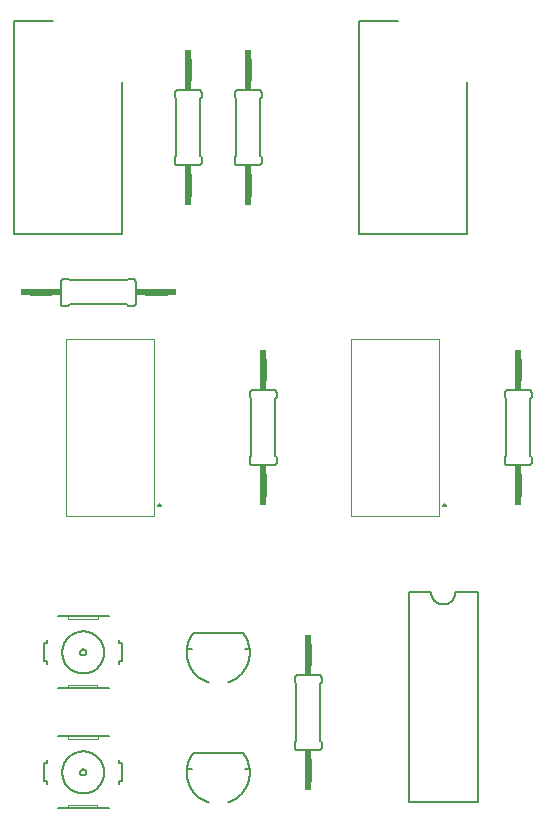
<source format=gto>
G75*
%MOIN*%
%OFA0B0*%
%FSLAX25Y25*%
%IPPOS*%
%LPD*%
%AMOC8*
5,1,8,0,0,1.08239X$1,22.5*
%
%ADD10C,0.00787*%
%ADD11C,0.00394*%
%ADD12C,0.00600*%
%ADD13C,0.02400*%
%ADD14R,0.03400X0.02400*%
%ADD15C,0.00200*%
%ADD16R,0.02400X0.03400*%
D10*
X0061853Y0120022D02*
X0061853Y0120022D01*
X0061892Y0120024D01*
X0061930Y0120030D01*
X0061967Y0120039D01*
X0062004Y0120052D01*
X0062039Y0120069D01*
X0062072Y0120088D01*
X0062103Y0120111D01*
X0062132Y0120137D01*
X0062158Y0120166D01*
X0062181Y0120197D01*
X0062200Y0120230D01*
X0062217Y0120265D01*
X0062230Y0120302D01*
X0062239Y0120339D01*
X0062245Y0120377D01*
X0062247Y0120416D01*
X0062245Y0120455D01*
X0062239Y0120493D01*
X0062230Y0120530D01*
X0062217Y0120567D01*
X0062200Y0120602D01*
X0062181Y0120635D01*
X0062158Y0120666D01*
X0062132Y0120695D01*
X0062103Y0120721D01*
X0062072Y0120744D01*
X0062039Y0120763D01*
X0062004Y0120780D01*
X0061967Y0120793D01*
X0061930Y0120802D01*
X0061892Y0120808D01*
X0061853Y0120810D01*
X0061853Y0120809D02*
X0061853Y0120809D01*
X0061853Y0120810D02*
X0061814Y0120808D01*
X0061776Y0120802D01*
X0061739Y0120793D01*
X0061702Y0120780D01*
X0061667Y0120763D01*
X0061634Y0120744D01*
X0061603Y0120721D01*
X0061574Y0120695D01*
X0061548Y0120666D01*
X0061525Y0120635D01*
X0061506Y0120602D01*
X0061489Y0120567D01*
X0061476Y0120530D01*
X0061467Y0120493D01*
X0061461Y0120455D01*
X0061459Y0120416D01*
X0061461Y0120377D01*
X0061467Y0120339D01*
X0061476Y0120302D01*
X0061489Y0120265D01*
X0061506Y0120230D01*
X0061525Y0120197D01*
X0061548Y0120166D01*
X0061574Y0120137D01*
X0061603Y0120111D01*
X0061634Y0120088D01*
X0061667Y0120069D01*
X0061702Y0120052D01*
X0061739Y0120039D01*
X0061776Y0120030D01*
X0061814Y0120024D01*
X0061853Y0120022D01*
X0049412Y0210809D02*
X0013388Y0210809D01*
X0013388Y0281991D01*
X0026400Y0281991D01*
X0049412Y0261400D02*
X0049412Y0210809D01*
X0128388Y0210809D02*
X0164412Y0210809D01*
X0164412Y0261400D01*
X0141400Y0281991D02*
X0128388Y0281991D01*
X0128388Y0210809D01*
X0156853Y0120809D02*
X0156853Y0120809D01*
X0156853Y0120810D02*
X0156892Y0120808D01*
X0156930Y0120802D01*
X0156967Y0120793D01*
X0157004Y0120780D01*
X0157039Y0120763D01*
X0157072Y0120744D01*
X0157103Y0120721D01*
X0157132Y0120695D01*
X0157158Y0120666D01*
X0157181Y0120635D01*
X0157200Y0120602D01*
X0157217Y0120567D01*
X0157230Y0120530D01*
X0157239Y0120493D01*
X0157245Y0120455D01*
X0157247Y0120416D01*
X0157245Y0120377D01*
X0157239Y0120339D01*
X0157230Y0120302D01*
X0157217Y0120265D01*
X0157200Y0120230D01*
X0157181Y0120197D01*
X0157158Y0120166D01*
X0157132Y0120137D01*
X0157103Y0120111D01*
X0157072Y0120088D01*
X0157039Y0120069D01*
X0157004Y0120052D01*
X0156967Y0120039D01*
X0156930Y0120030D01*
X0156892Y0120024D01*
X0156853Y0120022D01*
X0156853Y0120022D01*
X0156814Y0120024D01*
X0156776Y0120030D01*
X0156739Y0120039D01*
X0156702Y0120052D01*
X0156667Y0120069D01*
X0156634Y0120088D01*
X0156603Y0120111D01*
X0156574Y0120137D01*
X0156548Y0120166D01*
X0156525Y0120197D01*
X0156506Y0120230D01*
X0156489Y0120265D01*
X0156476Y0120302D01*
X0156467Y0120339D01*
X0156461Y0120377D01*
X0156459Y0120416D01*
X0156461Y0120455D01*
X0156467Y0120493D01*
X0156476Y0120530D01*
X0156489Y0120567D01*
X0156506Y0120602D01*
X0156525Y0120635D01*
X0156548Y0120666D01*
X0156574Y0120695D01*
X0156603Y0120721D01*
X0156634Y0120744D01*
X0156667Y0120763D01*
X0156702Y0120780D01*
X0156739Y0120793D01*
X0156776Y0120802D01*
X0156814Y0120808D01*
X0156853Y0120810D01*
D11*
X0155081Y0116872D02*
X0125554Y0116872D01*
X0125554Y0175928D01*
X0155081Y0175928D01*
X0155081Y0116872D01*
X0060081Y0116872D02*
X0030554Y0116872D01*
X0030554Y0175928D01*
X0060081Y0175928D01*
X0060081Y0116872D01*
D12*
X0024400Y0028400D02*
X0024400Y0027400D01*
X0024400Y0028400D02*
X0023400Y0028400D01*
X0023400Y0034400D01*
X0024400Y0034400D01*
X0024400Y0035400D01*
X0027900Y0043400D02*
X0031400Y0043400D01*
X0041400Y0043400D01*
X0044900Y0043400D01*
X0048400Y0035400D02*
X0048400Y0034400D01*
X0049400Y0034400D01*
X0049400Y0028400D01*
X0048400Y0028400D01*
X0048400Y0027400D01*
X0044900Y0019400D02*
X0040900Y0019400D01*
X0031400Y0019400D01*
X0027900Y0019400D01*
X0035400Y0031400D02*
X0035402Y0031463D01*
X0035408Y0031525D01*
X0035418Y0031587D01*
X0035431Y0031649D01*
X0035449Y0031709D01*
X0035470Y0031768D01*
X0035495Y0031826D01*
X0035524Y0031882D01*
X0035556Y0031936D01*
X0035591Y0031988D01*
X0035629Y0032037D01*
X0035671Y0032085D01*
X0035715Y0032129D01*
X0035763Y0032171D01*
X0035812Y0032209D01*
X0035864Y0032244D01*
X0035918Y0032276D01*
X0035974Y0032305D01*
X0036032Y0032330D01*
X0036091Y0032351D01*
X0036151Y0032369D01*
X0036213Y0032382D01*
X0036275Y0032392D01*
X0036337Y0032398D01*
X0036400Y0032400D01*
X0036463Y0032398D01*
X0036525Y0032392D01*
X0036587Y0032382D01*
X0036649Y0032369D01*
X0036709Y0032351D01*
X0036768Y0032330D01*
X0036826Y0032305D01*
X0036882Y0032276D01*
X0036936Y0032244D01*
X0036988Y0032209D01*
X0037037Y0032171D01*
X0037085Y0032129D01*
X0037129Y0032085D01*
X0037171Y0032037D01*
X0037209Y0031988D01*
X0037244Y0031936D01*
X0037276Y0031882D01*
X0037305Y0031826D01*
X0037330Y0031768D01*
X0037351Y0031709D01*
X0037369Y0031649D01*
X0037382Y0031587D01*
X0037392Y0031525D01*
X0037398Y0031463D01*
X0037400Y0031400D01*
X0037398Y0031337D01*
X0037392Y0031275D01*
X0037382Y0031213D01*
X0037369Y0031151D01*
X0037351Y0031091D01*
X0037330Y0031032D01*
X0037305Y0030974D01*
X0037276Y0030918D01*
X0037244Y0030864D01*
X0037209Y0030812D01*
X0037171Y0030763D01*
X0037129Y0030715D01*
X0037085Y0030671D01*
X0037037Y0030629D01*
X0036988Y0030591D01*
X0036936Y0030556D01*
X0036882Y0030524D01*
X0036826Y0030495D01*
X0036768Y0030470D01*
X0036709Y0030449D01*
X0036649Y0030431D01*
X0036587Y0030418D01*
X0036525Y0030408D01*
X0036463Y0030402D01*
X0036400Y0030400D01*
X0036337Y0030402D01*
X0036275Y0030408D01*
X0036213Y0030418D01*
X0036151Y0030431D01*
X0036091Y0030449D01*
X0036032Y0030470D01*
X0035974Y0030495D01*
X0035918Y0030524D01*
X0035864Y0030556D01*
X0035812Y0030591D01*
X0035763Y0030629D01*
X0035715Y0030671D01*
X0035671Y0030715D01*
X0035629Y0030763D01*
X0035591Y0030812D01*
X0035556Y0030864D01*
X0035524Y0030918D01*
X0035495Y0030974D01*
X0035470Y0031032D01*
X0035449Y0031091D01*
X0035431Y0031151D01*
X0035418Y0031213D01*
X0035408Y0031275D01*
X0035402Y0031337D01*
X0035400Y0031400D01*
X0029400Y0031400D02*
X0029402Y0031572D01*
X0029408Y0031743D01*
X0029419Y0031915D01*
X0029434Y0032086D01*
X0029453Y0032257D01*
X0029476Y0032427D01*
X0029503Y0032597D01*
X0029535Y0032766D01*
X0029570Y0032934D01*
X0029610Y0033101D01*
X0029654Y0033267D01*
X0029701Y0033432D01*
X0029753Y0033596D01*
X0029809Y0033758D01*
X0029869Y0033919D01*
X0029933Y0034079D01*
X0030001Y0034237D01*
X0030072Y0034393D01*
X0030147Y0034547D01*
X0030227Y0034700D01*
X0030309Y0034850D01*
X0030396Y0034999D01*
X0030486Y0035145D01*
X0030580Y0035289D01*
X0030677Y0035431D01*
X0030778Y0035570D01*
X0030882Y0035707D01*
X0030989Y0035841D01*
X0031100Y0035972D01*
X0031213Y0036101D01*
X0031330Y0036227D01*
X0031450Y0036350D01*
X0031573Y0036470D01*
X0031699Y0036587D01*
X0031828Y0036700D01*
X0031959Y0036811D01*
X0032093Y0036918D01*
X0032230Y0037022D01*
X0032369Y0037123D01*
X0032511Y0037220D01*
X0032655Y0037314D01*
X0032801Y0037404D01*
X0032950Y0037491D01*
X0033100Y0037573D01*
X0033253Y0037653D01*
X0033407Y0037728D01*
X0033563Y0037799D01*
X0033721Y0037867D01*
X0033881Y0037931D01*
X0034042Y0037991D01*
X0034204Y0038047D01*
X0034368Y0038099D01*
X0034533Y0038146D01*
X0034699Y0038190D01*
X0034866Y0038230D01*
X0035034Y0038265D01*
X0035203Y0038297D01*
X0035373Y0038324D01*
X0035543Y0038347D01*
X0035714Y0038366D01*
X0035885Y0038381D01*
X0036057Y0038392D01*
X0036228Y0038398D01*
X0036400Y0038400D01*
X0036572Y0038398D01*
X0036743Y0038392D01*
X0036915Y0038381D01*
X0037086Y0038366D01*
X0037257Y0038347D01*
X0037427Y0038324D01*
X0037597Y0038297D01*
X0037766Y0038265D01*
X0037934Y0038230D01*
X0038101Y0038190D01*
X0038267Y0038146D01*
X0038432Y0038099D01*
X0038596Y0038047D01*
X0038758Y0037991D01*
X0038919Y0037931D01*
X0039079Y0037867D01*
X0039237Y0037799D01*
X0039393Y0037728D01*
X0039547Y0037653D01*
X0039700Y0037573D01*
X0039850Y0037491D01*
X0039999Y0037404D01*
X0040145Y0037314D01*
X0040289Y0037220D01*
X0040431Y0037123D01*
X0040570Y0037022D01*
X0040707Y0036918D01*
X0040841Y0036811D01*
X0040972Y0036700D01*
X0041101Y0036587D01*
X0041227Y0036470D01*
X0041350Y0036350D01*
X0041470Y0036227D01*
X0041587Y0036101D01*
X0041700Y0035972D01*
X0041811Y0035841D01*
X0041918Y0035707D01*
X0042022Y0035570D01*
X0042123Y0035431D01*
X0042220Y0035289D01*
X0042314Y0035145D01*
X0042404Y0034999D01*
X0042491Y0034850D01*
X0042573Y0034700D01*
X0042653Y0034547D01*
X0042728Y0034393D01*
X0042799Y0034237D01*
X0042867Y0034079D01*
X0042931Y0033919D01*
X0042991Y0033758D01*
X0043047Y0033596D01*
X0043099Y0033432D01*
X0043146Y0033267D01*
X0043190Y0033101D01*
X0043230Y0032934D01*
X0043265Y0032766D01*
X0043297Y0032597D01*
X0043324Y0032427D01*
X0043347Y0032257D01*
X0043366Y0032086D01*
X0043381Y0031915D01*
X0043392Y0031743D01*
X0043398Y0031572D01*
X0043400Y0031400D01*
X0043398Y0031228D01*
X0043392Y0031057D01*
X0043381Y0030885D01*
X0043366Y0030714D01*
X0043347Y0030543D01*
X0043324Y0030373D01*
X0043297Y0030203D01*
X0043265Y0030034D01*
X0043230Y0029866D01*
X0043190Y0029699D01*
X0043146Y0029533D01*
X0043099Y0029368D01*
X0043047Y0029204D01*
X0042991Y0029042D01*
X0042931Y0028881D01*
X0042867Y0028721D01*
X0042799Y0028563D01*
X0042728Y0028407D01*
X0042653Y0028253D01*
X0042573Y0028100D01*
X0042491Y0027950D01*
X0042404Y0027801D01*
X0042314Y0027655D01*
X0042220Y0027511D01*
X0042123Y0027369D01*
X0042022Y0027230D01*
X0041918Y0027093D01*
X0041811Y0026959D01*
X0041700Y0026828D01*
X0041587Y0026699D01*
X0041470Y0026573D01*
X0041350Y0026450D01*
X0041227Y0026330D01*
X0041101Y0026213D01*
X0040972Y0026100D01*
X0040841Y0025989D01*
X0040707Y0025882D01*
X0040570Y0025778D01*
X0040431Y0025677D01*
X0040289Y0025580D01*
X0040145Y0025486D01*
X0039999Y0025396D01*
X0039850Y0025309D01*
X0039700Y0025227D01*
X0039547Y0025147D01*
X0039393Y0025072D01*
X0039237Y0025001D01*
X0039079Y0024933D01*
X0038919Y0024869D01*
X0038758Y0024809D01*
X0038596Y0024753D01*
X0038432Y0024701D01*
X0038267Y0024654D01*
X0038101Y0024610D01*
X0037934Y0024570D01*
X0037766Y0024535D01*
X0037597Y0024503D01*
X0037427Y0024476D01*
X0037257Y0024453D01*
X0037086Y0024434D01*
X0036915Y0024419D01*
X0036743Y0024408D01*
X0036572Y0024402D01*
X0036400Y0024400D01*
X0036228Y0024402D01*
X0036057Y0024408D01*
X0035885Y0024419D01*
X0035714Y0024434D01*
X0035543Y0024453D01*
X0035373Y0024476D01*
X0035203Y0024503D01*
X0035034Y0024535D01*
X0034866Y0024570D01*
X0034699Y0024610D01*
X0034533Y0024654D01*
X0034368Y0024701D01*
X0034204Y0024753D01*
X0034042Y0024809D01*
X0033881Y0024869D01*
X0033721Y0024933D01*
X0033563Y0025001D01*
X0033407Y0025072D01*
X0033253Y0025147D01*
X0033100Y0025227D01*
X0032950Y0025309D01*
X0032801Y0025396D01*
X0032655Y0025486D01*
X0032511Y0025580D01*
X0032369Y0025677D01*
X0032230Y0025778D01*
X0032093Y0025882D01*
X0031959Y0025989D01*
X0031828Y0026100D01*
X0031699Y0026213D01*
X0031573Y0026330D01*
X0031450Y0026450D01*
X0031330Y0026573D01*
X0031213Y0026699D01*
X0031100Y0026828D01*
X0030989Y0026959D01*
X0030882Y0027093D01*
X0030778Y0027230D01*
X0030677Y0027369D01*
X0030580Y0027511D01*
X0030486Y0027655D01*
X0030396Y0027801D01*
X0030309Y0027950D01*
X0030227Y0028100D01*
X0030147Y0028253D01*
X0030072Y0028407D01*
X0030001Y0028563D01*
X0029933Y0028721D01*
X0029869Y0028881D01*
X0029809Y0029042D01*
X0029753Y0029204D01*
X0029701Y0029368D01*
X0029654Y0029533D01*
X0029610Y0029699D01*
X0029570Y0029866D01*
X0029535Y0030034D01*
X0029503Y0030203D01*
X0029476Y0030373D01*
X0029453Y0030543D01*
X0029434Y0030714D01*
X0029419Y0030885D01*
X0029408Y0031057D01*
X0029402Y0031228D01*
X0029400Y0031400D01*
X0027900Y0059400D02*
X0031400Y0059400D01*
X0040900Y0059400D01*
X0044900Y0059400D01*
X0048400Y0067400D02*
X0048400Y0068400D01*
X0049400Y0068400D01*
X0049400Y0074400D01*
X0048400Y0074400D01*
X0048400Y0075400D01*
X0044900Y0083400D02*
X0041400Y0083400D01*
X0031400Y0083400D01*
X0027900Y0083400D01*
X0024400Y0075400D02*
X0024400Y0074400D01*
X0023400Y0074400D01*
X0023400Y0068400D01*
X0024400Y0068400D01*
X0024400Y0067400D01*
X0035400Y0071400D02*
X0035402Y0071463D01*
X0035408Y0071525D01*
X0035418Y0071587D01*
X0035431Y0071649D01*
X0035449Y0071709D01*
X0035470Y0071768D01*
X0035495Y0071826D01*
X0035524Y0071882D01*
X0035556Y0071936D01*
X0035591Y0071988D01*
X0035629Y0072037D01*
X0035671Y0072085D01*
X0035715Y0072129D01*
X0035763Y0072171D01*
X0035812Y0072209D01*
X0035864Y0072244D01*
X0035918Y0072276D01*
X0035974Y0072305D01*
X0036032Y0072330D01*
X0036091Y0072351D01*
X0036151Y0072369D01*
X0036213Y0072382D01*
X0036275Y0072392D01*
X0036337Y0072398D01*
X0036400Y0072400D01*
X0036463Y0072398D01*
X0036525Y0072392D01*
X0036587Y0072382D01*
X0036649Y0072369D01*
X0036709Y0072351D01*
X0036768Y0072330D01*
X0036826Y0072305D01*
X0036882Y0072276D01*
X0036936Y0072244D01*
X0036988Y0072209D01*
X0037037Y0072171D01*
X0037085Y0072129D01*
X0037129Y0072085D01*
X0037171Y0072037D01*
X0037209Y0071988D01*
X0037244Y0071936D01*
X0037276Y0071882D01*
X0037305Y0071826D01*
X0037330Y0071768D01*
X0037351Y0071709D01*
X0037369Y0071649D01*
X0037382Y0071587D01*
X0037392Y0071525D01*
X0037398Y0071463D01*
X0037400Y0071400D01*
X0037398Y0071337D01*
X0037392Y0071275D01*
X0037382Y0071213D01*
X0037369Y0071151D01*
X0037351Y0071091D01*
X0037330Y0071032D01*
X0037305Y0070974D01*
X0037276Y0070918D01*
X0037244Y0070864D01*
X0037209Y0070812D01*
X0037171Y0070763D01*
X0037129Y0070715D01*
X0037085Y0070671D01*
X0037037Y0070629D01*
X0036988Y0070591D01*
X0036936Y0070556D01*
X0036882Y0070524D01*
X0036826Y0070495D01*
X0036768Y0070470D01*
X0036709Y0070449D01*
X0036649Y0070431D01*
X0036587Y0070418D01*
X0036525Y0070408D01*
X0036463Y0070402D01*
X0036400Y0070400D01*
X0036337Y0070402D01*
X0036275Y0070408D01*
X0036213Y0070418D01*
X0036151Y0070431D01*
X0036091Y0070449D01*
X0036032Y0070470D01*
X0035974Y0070495D01*
X0035918Y0070524D01*
X0035864Y0070556D01*
X0035812Y0070591D01*
X0035763Y0070629D01*
X0035715Y0070671D01*
X0035671Y0070715D01*
X0035629Y0070763D01*
X0035591Y0070812D01*
X0035556Y0070864D01*
X0035524Y0070918D01*
X0035495Y0070974D01*
X0035470Y0071032D01*
X0035449Y0071091D01*
X0035431Y0071151D01*
X0035418Y0071213D01*
X0035408Y0071275D01*
X0035402Y0071337D01*
X0035400Y0071400D01*
X0029400Y0071400D02*
X0029402Y0071572D01*
X0029408Y0071743D01*
X0029419Y0071915D01*
X0029434Y0072086D01*
X0029453Y0072257D01*
X0029476Y0072427D01*
X0029503Y0072597D01*
X0029535Y0072766D01*
X0029570Y0072934D01*
X0029610Y0073101D01*
X0029654Y0073267D01*
X0029701Y0073432D01*
X0029753Y0073596D01*
X0029809Y0073758D01*
X0029869Y0073919D01*
X0029933Y0074079D01*
X0030001Y0074237D01*
X0030072Y0074393D01*
X0030147Y0074547D01*
X0030227Y0074700D01*
X0030309Y0074850D01*
X0030396Y0074999D01*
X0030486Y0075145D01*
X0030580Y0075289D01*
X0030677Y0075431D01*
X0030778Y0075570D01*
X0030882Y0075707D01*
X0030989Y0075841D01*
X0031100Y0075972D01*
X0031213Y0076101D01*
X0031330Y0076227D01*
X0031450Y0076350D01*
X0031573Y0076470D01*
X0031699Y0076587D01*
X0031828Y0076700D01*
X0031959Y0076811D01*
X0032093Y0076918D01*
X0032230Y0077022D01*
X0032369Y0077123D01*
X0032511Y0077220D01*
X0032655Y0077314D01*
X0032801Y0077404D01*
X0032950Y0077491D01*
X0033100Y0077573D01*
X0033253Y0077653D01*
X0033407Y0077728D01*
X0033563Y0077799D01*
X0033721Y0077867D01*
X0033881Y0077931D01*
X0034042Y0077991D01*
X0034204Y0078047D01*
X0034368Y0078099D01*
X0034533Y0078146D01*
X0034699Y0078190D01*
X0034866Y0078230D01*
X0035034Y0078265D01*
X0035203Y0078297D01*
X0035373Y0078324D01*
X0035543Y0078347D01*
X0035714Y0078366D01*
X0035885Y0078381D01*
X0036057Y0078392D01*
X0036228Y0078398D01*
X0036400Y0078400D01*
X0036572Y0078398D01*
X0036743Y0078392D01*
X0036915Y0078381D01*
X0037086Y0078366D01*
X0037257Y0078347D01*
X0037427Y0078324D01*
X0037597Y0078297D01*
X0037766Y0078265D01*
X0037934Y0078230D01*
X0038101Y0078190D01*
X0038267Y0078146D01*
X0038432Y0078099D01*
X0038596Y0078047D01*
X0038758Y0077991D01*
X0038919Y0077931D01*
X0039079Y0077867D01*
X0039237Y0077799D01*
X0039393Y0077728D01*
X0039547Y0077653D01*
X0039700Y0077573D01*
X0039850Y0077491D01*
X0039999Y0077404D01*
X0040145Y0077314D01*
X0040289Y0077220D01*
X0040431Y0077123D01*
X0040570Y0077022D01*
X0040707Y0076918D01*
X0040841Y0076811D01*
X0040972Y0076700D01*
X0041101Y0076587D01*
X0041227Y0076470D01*
X0041350Y0076350D01*
X0041470Y0076227D01*
X0041587Y0076101D01*
X0041700Y0075972D01*
X0041811Y0075841D01*
X0041918Y0075707D01*
X0042022Y0075570D01*
X0042123Y0075431D01*
X0042220Y0075289D01*
X0042314Y0075145D01*
X0042404Y0074999D01*
X0042491Y0074850D01*
X0042573Y0074700D01*
X0042653Y0074547D01*
X0042728Y0074393D01*
X0042799Y0074237D01*
X0042867Y0074079D01*
X0042931Y0073919D01*
X0042991Y0073758D01*
X0043047Y0073596D01*
X0043099Y0073432D01*
X0043146Y0073267D01*
X0043190Y0073101D01*
X0043230Y0072934D01*
X0043265Y0072766D01*
X0043297Y0072597D01*
X0043324Y0072427D01*
X0043347Y0072257D01*
X0043366Y0072086D01*
X0043381Y0071915D01*
X0043392Y0071743D01*
X0043398Y0071572D01*
X0043400Y0071400D01*
X0043398Y0071228D01*
X0043392Y0071057D01*
X0043381Y0070885D01*
X0043366Y0070714D01*
X0043347Y0070543D01*
X0043324Y0070373D01*
X0043297Y0070203D01*
X0043265Y0070034D01*
X0043230Y0069866D01*
X0043190Y0069699D01*
X0043146Y0069533D01*
X0043099Y0069368D01*
X0043047Y0069204D01*
X0042991Y0069042D01*
X0042931Y0068881D01*
X0042867Y0068721D01*
X0042799Y0068563D01*
X0042728Y0068407D01*
X0042653Y0068253D01*
X0042573Y0068100D01*
X0042491Y0067950D01*
X0042404Y0067801D01*
X0042314Y0067655D01*
X0042220Y0067511D01*
X0042123Y0067369D01*
X0042022Y0067230D01*
X0041918Y0067093D01*
X0041811Y0066959D01*
X0041700Y0066828D01*
X0041587Y0066699D01*
X0041470Y0066573D01*
X0041350Y0066450D01*
X0041227Y0066330D01*
X0041101Y0066213D01*
X0040972Y0066100D01*
X0040841Y0065989D01*
X0040707Y0065882D01*
X0040570Y0065778D01*
X0040431Y0065677D01*
X0040289Y0065580D01*
X0040145Y0065486D01*
X0039999Y0065396D01*
X0039850Y0065309D01*
X0039700Y0065227D01*
X0039547Y0065147D01*
X0039393Y0065072D01*
X0039237Y0065001D01*
X0039079Y0064933D01*
X0038919Y0064869D01*
X0038758Y0064809D01*
X0038596Y0064753D01*
X0038432Y0064701D01*
X0038267Y0064654D01*
X0038101Y0064610D01*
X0037934Y0064570D01*
X0037766Y0064535D01*
X0037597Y0064503D01*
X0037427Y0064476D01*
X0037257Y0064453D01*
X0037086Y0064434D01*
X0036915Y0064419D01*
X0036743Y0064408D01*
X0036572Y0064402D01*
X0036400Y0064400D01*
X0036228Y0064402D01*
X0036057Y0064408D01*
X0035885Y0064419D01*
X0035714Y0064434D01*
X0035543Y0064453D01*
X0035373Y0064476D01*
X0035203Y0064503D01*
X0035034Y0064535D01*
X0034866Y0064570D01*
X0034699Y0064610D01*
X0034533Y0064654D01*
X0034368Y0064701D01*
X0034204Y0064753D01*
X0034042Y0064809D01*
X0033881Y0064869D01*
X0033721Y0064933D01*
X0033563Y0065001D01*
X0033407Y0065072D01*
X0033253Y0065147D01*
X0033100Y0065227D01*
X0032950Y0065309D01*
X0032801Y0065396D01*
X0032655Y0065486D01*
X0032511Y0065580D01*
X0032369Y0065677D01*
X0032230Y0065778D01*
X0032093Y0065882D01*
X0031959Y0065989D01*
X0031828Y0066100D01*
X0031699Y0066213D01*
X0031573Y0066330D01*
X0031450Y0066450D01*
X0031330Y0066573D01*
X0031213Y0066699D01*
X0031100Y0066828D01*
X0030989Y0066959D01*
X0030882Y0067093D01*
X0030778Y0067230D01*
X0030677Y0067369D01*
X0030580Y0067511D01*
X0030486Y0067655D01*
X0030396Y0067801D01*
X0030309Y0067950D01*
X0030227Y0068100D01*
X0030147Y0068253D01*
X0030072Y0068407D01*
X0030001Y0068563D01*
X0029933Y0068721D01*
X0029869Y0068881D01*
X0029809Y0069042D01*
X0029753Y0069204D01*
X0029701Y0069368D01*
X0029654Y0069533D01*
X0029610Y0069699D01*
X0029570Y0069866D01*
X0029535Y0070034D01*
X0029503Y0070203D01*
X0029476Y0070373D01*
X0029453Y0070543D01*
X0029434Y0070714D01*
X0029419Y0070885D01*
X0029408Y0071057D01*
X0029402Y0071228D01*
X0029400Y0071400D01*
X0070947Y0072400D02*
X0072526Y0072400D01*
X0073152Y0077900D02*
X0089648Y0077900D01*
X0090274Y0072400D02*
X0091853Y0072400D01*
X0089646Y0077900D02*
X0089801Y0077698D01*
X0089952Y0077493D01*
X0090097Y0077284D01*
X0090237Y0077071D01*
X0090372Y0076855D01*
X0090501Y0076636D01*
X0090625Y0076414D01*
X0090744Y0076189D01*
X0090858Y0075961D01*
X0090965Y0075731D01*
X0091067Y0075498D01*
X0091164Y0075262D01*
X0091255Y0075024D01*
X0091340Y0074784D01*
X0091419Y0074542D01*
X0091492Y0074299D01*
X0091559Y0074053D01*
X0091621Y0073806D01*
X0091676Y0073558D01*
X0091725Y0073308D01*
X0091768Y0073057D01*
X0091805Y0072806D01*
X0091836Y0072553D01*
X0091861Y0072300D01*
X0091880Y0072046D01*
X0091893Y0071792D01*
X0091899Y0071537D01*
X0091899Y0071283D01*
X0091893Y0071028D01*
X0091881Y0070774D01*
X0091863Y0070520D01*
X0091839Y0070267D01*
X0091808Y0070014D01*
X0091772Y0069763D01*
X0091729Y0069512D01*
X0091680Y0069262D01*
X0091625Y0069013D01*
X0091564Y0068766D01*
X0091498Y0068521D01*
X0091425Y0068277D01*
X0091346Y0068035D01*
X0091262Y0067795D01*
X0091171Y0067557D01*
X0091075Y0067321D01*
X0090974Y0067088D01*
X0090866Y0066857D01*
X0090753Y0066629D01*
X0090635Y0066404D01*
X0090511Y0066181D01*
X0090382Y0065962D01*
X0090248Y0065746D01*
X0090108Y0065533D01*
X0089963Y0065324D01*
X0089814Y0065118D01*
X0089659Y0064916D01*
X0089499Y0064718D01*
X0089335Y0064524D01*
X0089166Y0064333D01*
X0088992Y0064147D01*
X0088814Y0063965D01*
X0088632Y0063788D01*
X0088445Y0063615D01*
X0088255Y0063446D01*
X0088060Y0063282D01*
X0087861Y0063123D01*
X0087659Y0062969D01*
X0087453Y0062820D01*
X0087243Y0062676D01*
X0087030Y0062537D01*
X0086813Y0062403D01*
X0086594Y0062274D01*
X0086371Y0062151D01*
X0086145Y0062033D01*
X0085917Y0061921D01*
X0085686Y0061815D01*
X0085452Y0061713D01*
X0085216Y0061618D01*
X0084978Y0061528D01*
X0084738Y0061445D01*
X0084496Y0061367D01*
X0078302Y0061367D02*
X0078060Y0061445D01*
X0077820Y0061529D01*
X0077582Y0061618D01*
X0077346Y0061714D01*
X0077112Y0061815D01*
X0076881Y0061921D01*
X0076653Y0062034D01*
X0076427Y0062151D01*
X0076204Y0062274D01*
X0075985Y0062403D01*
X0075768Y0062537D01*
X0075555Y0062676D01*
X0075345Y0062820D01*
X0075139Y0062969D01*
X0074937Y0063123D01*
X0074738Y0063282D01*
X0074543Y0063446D01*
X0074352Y0063615D01*
X0074166Y0063788D01*
X0073983Y0063965D01*
X0073805Y0064147D01*
X0073632Y0064333D01*
X0073463Y0064524D01*
X0073299Y0064718D01*
X0073139Y0064916D01*
X0072984Y0065118D01*
X0072835Y0065324D01*
X0072690Y0065533D01*
X0072550Y0065746D01*
X0072416Y0065962D01*
X0072287Y0066182D01*
X0072163Y0066404D01*
X0072044Y0066629D01*
X0071932Y0066857D01*
X0071824Y0067088D01*
X0071723Y0067321D01*
X0071627Y0067557D01*
X0071536Y0067795D01*
X0071452Y0068035D01*
X0071373Y0068277D01*
X0071300Y0068521D01*
X0071234Y0068767D01*
X0071173Y0069014D01*
X0071118Y0069262D01*
X0071069Y0069512D01*
X0071026Y0069763D01*
X0070990Y0070015D01*
X0070959Y0070267D01*
X0070935Y0070521D01*
X0070917Y0070774D01*
X0070905Y0071029D01*
X0070899Y0071283D01*
X0070899Y0071538D01*
X0070905Y0071792D01*
X0070918Y0072046D01*
X0070937Y0072300D01*
X0070962Y0072553D01*
X0070993Y0072806D01*
X0071030Y0073058D01*
X0071073Y0073308D01*
X0071122Y0073558D01*
X0071177Y0073807D01*
X0071239Y0074054D01*
X0071306Y0074299D01*
X0071379Y0074543D01*
X0071458Y0074785D01*
X0071543Y0075024D01*
X0071634Y0075262D01*
X0071731Y0075498D01*
X0071833Y0075731D01*
X0071941Y0075961D01*
X0072054Y0076189D01*
X0072173Y0076414D01*
X0072297Y0076636D01*
X0072426Y0076855D01*
X0072561Y0077071D01*
X0072701Y0077284D01*
X0072847Y0077493D01*
X0072997Y0077698D01*
X0073152Y0077900D01*
X0073152Y0037900D02*
X0089648Y0037900D01*
X0090274Y0032400D02*
X0091853Y0032400D01*
X0089646Y0037900D02*
X0089801Y0037698D01*
X0089952Y0037493D01*
X0090097Y0037284D01*
X0090237Y0037071D01*
X0090372Y0036855D01*
X0090501Y0036636D01*
X0090625Y0036414D01*
X0090744Y0036189D01*
X0090858Y0035961D01*
X0090965Y0035731D01*
X0091067Y0035498D01*
X0091164Y0035262D01*
X0091255Y0035024D01*
X0091340Y0034784D01*
X0091419Y0034542D01*
X0091492Y0034299D01*
X0091559Y0034053D01*
X0091621Y0033806D01*
X0091676Y0033558D01*
X0091725Y0033308D01*
X0091768Y0033057D01*
X0091805Y0032806D01*
X0091836Y0032553D01*
X0091861Y0032300D01*
X0091880Y0032046D01*
X0091893Y0031792D01*
X0091899Y0031537D01*
X0091899Y0031283D01*
X0091893Y0031028D01*
X0091881Y0030774D01*
X0091863Y0030520D01*
X0091839Y0030267D01*
X0091808Y0030014D01*
X0091772Y0029763D01*
X0091729Y0029512D01*
X0091680Y0029262D01*
X0091625Y0029013D01*
X0091564Y0028766D01*
X0091498Y0028521D01*
X0091425Y0028277D01*
X0091346Y0028035D01*
X0091262Y0027795D01*
X0091171Y0027557D01*
X0091075Y0027321D01*
X0090974Y0027088D01*
X0090866Y0026857D01*
X0090753Y0026629D01*
X0090635Y0026404D01*
X0090511Y0026181D01*
X0090382Y0025962D01*
X0090248Y0025746D01*
X0090108Y0025533D01*
X0089963Y0025324D01*
X0089814Y0025118D01*
X0089659Y0024916D01*
X0089499Y0024718D01*
X0089335Y0024524D01*
X0089166Y0024333D01*
X0088992Y0024147D01*
X0088814Y0023965D01*
X0088632Y0023788D01*
X0088445Y0023615D01*
X0088255Y0023446D01*
X0088060Y0023282D01*
X0087861Y0023123D01*
X0087659Y0022969D01*
X0087453Y0022820D01*
X0087243Y0022676D01*
X0087030Y0022537D01*
X0086813Y0022403D01*
X0086594Y0022274D01*
X0086371Y0022151D01*
X0086145Y0022033D01*
X0085917Y0021921D01*
X0085686Y0021815D01*
X0085452Y0021713D01*
X0085216Y0021618D01*
X0084978Y0021528D01*
X0084738Y0021445D01*
X0084496Y0021367D01*
X0078302Y0021367D02*
X0078060Y0021445D01*
X0077820Y0021529D01*
X0077582Y0021618D01*
X0077346Y0021714D01*
X0077112Y0021815D01*
X0076881Y0021921D01*
X0076653Y0022034D01*
X0076427Y0022151D01*
X0076204Y0022274D01*
X0075985Y0022403D01*
X0075768Y0022537D01*
X0075555Y0022676D01*
X0075345Y0022820D01*
X0075139Y0022969D01*
X0074937Y0023123D01*
X0074738Y0023282D01*
X0074543Y0023446D01*
X0074352Y0023615D01*
X0074166Y0023788D01*
X0073983Y0023965D01*
X0073805Y0024147D01*
X0073632Y0024333D01*
X0073463Y0024524D01*
X0073299Y0024718D01*
X0073139Y0024916D01*
X0072984Y0025118D01*
X0072835Y0025324D01*
X0072690Y0025533D01*
X0072550Y0025746D01*
X0072416Y0025962D01*
X0072287Y0026182D01*
X0072163Y0026404D01*
X0072044Y0026629D01*
X0071932Y0026857D01*
X0071824Y0027088D01*
X0071723Y0027321D01*
X0071627Y0027557D01*
X0071536Y0027795D01*
X0071452Y0028035D01*
X0071373Y0028277D01*
X0071300Y0028521D01*
X0071234Y0028767D01*
X0071173Y0029014D01*
X0071118Y0029262D01*
X0071069Y0029512D01*
X0071026Y0029763D01*
X0070990Y0030015D01*
X0070959Y0030267D01*
X0070935Y0030521D01*
X0070917Y0030774D01*
X0070905Y0031029D01*
X0070899Y0031283D01*
X0070899Y0031538D01*
X0070905Y0031792D01*
X0070918Y0032046D01*
X0070937Y0032300D01*
X0070962Y0032553D01*
X0070993Y0032806D01*
X0071030Y0033058D01*
X0071073Y0033308D01*
X0071122Y0033558D01*
X0071177Y0033807D01*
X0071239Y0034054D01*
X0071306Y0034299D01*
X0071379Y0034543D01*
X0071458Y0034785D01*
X0071543Y0035024D01*
X0071634Y0035262D01*
X0071731Y0035498D01*
X0071833Y0035731D01*
X0071941Y0035961D01*
X0072054Y0036189D01*
X0072173Y0036414D01*
X0072297Y0036636D01*
X0072426Y0036855D01*
X0072561Y0037071D01*
X0072701Y0037284D01*
X0072847Y0037493D01*
X0072997Y0037698D01*
X0073152Y0037900D01*
X0072526Y0032400D02*
X0070947Y0032400D01*
X0106900Y0039900D02*
X0106900Y0041400D01*
X0107400Y0041900D01*
X0107400Y0060900D01*
X0106900Y0061400D01*
X0106900Y0062900D01*
X0106902Y0062960D01*
X0106907Y0063021D01*
X0106916Y0063080D01*
X0106929Y0063139D01*
X0106945Y0063198D01*
X0106965Y0063255D01*
X0106988Y0063310D01*
X0107015Y0063365D01*
X0107044Y0063417D01*
X0107077Y0063468D01*
X0107113Y0063517D01*
X0107151Y0063563D01*
X0107193Y0063607D01*
X0107237Y0063649D01*
X0107283Y0063687D01*
X0107332Y0063723D01*
X0107383Y0063756D01*
X0107435Y0063785D01*
X0107490Y0063812D01*
X0107545Y0063835D01*
X0107602Y0063855D01*
X0107661Y0063871D01*
X0107720Y0063884D01*
X0107779Y0063893D01*
X0107840Y0063898D01*
X0107900Y0063900D01*
X0114900Y0063900D01*
X0114960Y0063898D01*
X0115021Y0063893D01*
X0115080Y0063884D01*
X0115139Y0063871D01*
X0115198Y0063855D01*
X0115255Y0063835D01*
X0115310Y0063812D01*
X0115365Y0063785D01*
X0115417Y0063756D01*
X0115468Y0063723D01*
X0115517Y0063687D01*
X0115563Y0063649D01*
X0115607Y0063607D01*
X0115649Y0063563D01*
X0115687Y0063517D01*
X0115723Y0063468D01*
X0115756Y0063417D01*
X0115785Y0063365D01*
X0115812Y0063310D01*
X0115835Y0063255D01*
X0115855Y0063198D01*
X0115871Y0063139D01*
X0115884Y0063080D01*
X0115893Y0063021D01*
X0115898Y0062960D01*
X0115900Y0062900D01*
X0115900Y0061400D01*
X0115400Y0060900D01*
X0115400Y0041900D01*
X0115900Y0041400D01*
X0115900Y0039900D01*
X0115898Y0039840D01*
X0115893Y0039779D01*
X0115884Y0039720D01*
X0115871Y0039661D01*
X0115855Y0039602D01*
X0115835Y0039545D01*
X0115812Y0039490D01*
X0115785Y0039435D01*
X0115756Y0039383D01*
X0115723Y0039332D01*
X0115687Y0039283D01*
X0115649Y0039237D01*
X0115607Y0039193D01*
X0115563Y0039151D01*
X0115517Y0039113D01*
X0115468Y0039077D01*
X0115417Y0039044D01*
X0115365Y0039015D01*
X0115310Y0038988D01*
X0115255Y0038965D01*
X0115198Y0038945D01*
X0115139Y0038929D01*
X0115080Y0038916D01*
X0115021Y0038907D01*
X0114960Y0038902D01*
X0114900Y0038900D01*
X0107900Y0038900D01*
X0107840Y0038902D01*
X0107779Y0038907D01*
X0107720Y0038916D01*
X0107661Y0038929D01*
X0107602Y0038945D01*
X0107545Y0038965D01*
X0107490Y0038988D01*
X0107435Y0039015D01*
X0107383Y0039044D01*
X0107332Y0039077D01*
X0107283Y0039113D01*
X0107237Y0039151D01*
X0107193Y0039193D01*
X0107151Y0039237D01*
X0107113Y0039283D01*
X0107077Y0039332D01*
X0107044Y0039383D01*
X0107015Y0039435D01*
X0106988Y0039490D01*
X0106965Y0039545D01*
X0106945Y0039602D01*
X0106929Y0039661D01*
X0106916Y0039720D01*
X0106907Y0039779D01*
X0106902Y0039840D01*
X0106900Y0039900D01*
X0144900Y0021400D02*
X0144900Y0091400D01*
X0152400Y0091400D01*
X0152402Y0091274D01*
X0152408Y0091149D01*
X0152418Y0091024D01*
X0152432Y0090899D01*
X0152449Y0090774D01*
X0152471Y0090650D01*
X0152496Y0090527D01*
X0152526Y0090405D01*
X0152559Y0090284D01*
X0152596Y0090164D01*
X0152636Y0090045D01*
X0152681Y0089928D01*
X0152729Y0089811D01*
X0152781Y0089697D01*
X0152836Y0089584D01*
X0152895Y0089473D01*
X0152957Y0089364D01*
X0153023Y0089257D01*
X0153092Y0089152D01*
X0153164Y0089049D01*
X0153239Y0088948D01*
X0153318Y0088850D01*
X0153400Y0088755D01*
X0153484Y0088662D01*
X0153572Y0088572D01*
X0153662Y0088484D01*
X0153755Y0088400D01*
X0153850Y0088318D01*
X0153948Y0088239D01*
X0154049Y0088164D01*
X0154152Y0088092D01*
X0154257Y0088023D01*
X0154364Y0087957D01*
X0154473Y0087895D01*
X0154584Y0087836D01*
X0154697Y0087781D01*
X0154811Y0087729D01*
X0154928Y0087681D01*
X0155045Y0087636D01*
X0155164Y0087596D01*
X0155284Y0087559D01*
X0155405Y0087526D01*
X0155527Y0087496D01*
X0155650Y0087471D01*
X0155774Y0087449D01*
X0155899Y0087432D01*
X0156024Y0087418D01*
X0156149Y0087408D01*
X0156274Y0087402D01*
X0156400Y0087400D01*
X0156526Y0087402D01*
X0156651Y0087408D01*
X0156776Y0087418D01*
X0156901Y0087432D01*
X0157026Y0087449D01*
X0157150Y0087471D01*
X0157273Y0087496D01*
X0157395Y0087526D01*
X0157516Y0087559D01*
X0157636Y0087596D01*
X0157755Y0087636D01*
X0157872Y0087681D01*
X0157989Y0087729D01*
X0158103Y0087781D01*
X0158216Y0087836D01*
X0158327Y0087895D01*
X0158436Y0087957D01*
X0158543Y0088023D01*
X0158648Y0088092D01*
X0158751Y0088164D01*
X0158852Y0088239D01*
X0158950Y0088318D01*
X0159045Y0088400D01*
X0159138Y0088484D01*
X0159228Y0088572D01*
X0159316Y0088662D01*
X0159400Y0088755D01*
X0159482Y0088850D01*
X0159561Y0088948D01*
X0159636Y0089049D01*
X0159708Y0089152D01*
X0159777Y0089257D01*
X0159843Y0089364D01*
X0159905Y0089473D01*
X0159964Y0089584D01*
X0160019Y0089697D01*
X0160071Y0089811D01*
X0160119Y0089928D01*
X0160164Y0090045D01*
X0160204Y0090164D01*
X0160241Y0090284D01*
X0160274Y0090405D01*
X0160304Y0090527D01*
X0160329Y0090650D01*
X0160351Y0090774D01*
X0160368Y0090899D01*
X0160382Y0091024D01*
X0160392Y0091149D01*
X0160398Y0091274D01*
X0160400Y0091400D01*
X0167900Y0091400D01*
X0167900Y0021400D01*
X0144900Y0021400D01*
X0177900Y0133900D02*
X0184900Y0133900D01*
X0184960Y0133902D01*
X0185021Y0133907D01*
X0185080Y0133916D01*
X0185139Y0133929D01*
X0185198Y0133945D01*
X0185255Y0133965D01*
X0185310Y0133988D01*
X0185365Y0134015D01*
X0185417Y0134044D01*
X0185468Y0134077D01*
X0185517Y0134113D01*
X0185563Y0134151D01*
X0185607Y0134193D01*
X0185649Y0134237D01*
X0185687Y0134283D01*
X0185723Y0134332D01*
X0185756Y0134383D01*
X0185785Y0134435D01*
X0185812Y0134490D01*
X0185835Y0134545D01*
X0185855Y0134602D01*
X0185871Y0134661D01*
X0185884Y0134720D01*
X0185893Y0134779D01*
X0185898Y0134840D01*
X0185900Y0134900D01*
X0185900Y0136400D01*
X0185400Y0136900D01*
X0185400Y0155900D01*
X0185900Y0156400D01*
X0185900Y0157900D01*
X0185898Y0157960D01*
X0185893Y0158021D01*
X0185884Y0158080D01*
X0185871Y0158139D01*
X0185855Y0158198D01*
X0185835Y0158255D01*
X0185812Y0158310D01*
X0185785Y0158365D01*
X0185756Y0158417D01*
X0185723Y0158468D01*
X0185687Y0158517D01*
X0185649Y0158563D01*
X0185607Y0158607D01*
X0185563Y0158649D01*
X0185517Y0158687D01*
X0185468Y0158723D01*
X0185417Y0158756D01*
X0185365Y0158785D01*
X0185310Y0158812D01*
X0185255Y0158835D01*
X0185198Y0158855D01*
X0185139Y0158871D01*
X0185080Y0158884D01*
X0185021Y0158893D01*
X0184960Y0158898D01*
X0184900Y0158900D01*
X0177900Y0158900D01*
X0177840Y0158898D01*
X0177779Y0158893D01*
X0177720Y0158884D01*
X0177661Y0158871D01*
X0177602Y0158855D01*
X0177545Y0158835D01*
X0177490Y0158812D01*
X0177435Y0158785D01*
X0177383Y0158756D01*
X0177332Y0158723D01*
X0177283Y0158687D01*
X0177237Y0158649D01*
X0177193Y0158607D01*
X0177151Y0158563D01*
X0177113Y0158517D01*
X0177077Y0158468D01*
X0177044Y0158417D01*
X0177015Y0158365D01*
X0176988Y0158310D01*
X0176965Y0158255D01*
X0176945Y0158198D01*
X0176929Y0158139D01*
X0176916Y0158080D01*
X0176907Y0158021D01*
X0176902Y0157960D01*
X0176900Y0157900D01*
X0176900Y0156400D01*
X0177400Y0155900D01*
X0177400Y0136900D01*
X0176900Y0136400D01*
X0176900Y0134900D01*
X0176902Y0134840D01*
X0176907Y0134779D01*
X0176916Y0134720D01*
X0176929Y0134661D01*
X0176945Y0134602D01*
X0176965Y0134545D01*
X0176988Y0134490D01*
X0177015Y0134435D01*
X0177044Y0134383D01*
X0177077Y0134332D01*
X0177113Y0134283D01*
X0177151Y0134237D01*
X0177193Y0134193D01*
X0177237Y0134151D01*
X0177283Y0134113D01*
X0177332Y0134077D01*
X0177383Y0134044D01*
X0177435Y0134015D01*
X0177490Y0133988D01*
X0177545Y0133965D01*
X0177602Y0133945D01*
X0177661Y0133929D01*
X0177720Y0133916D01*
X0177779Y0133907D01*
X0177840Y0133902D01*
X0177900Y0133900D01*
X0100900Y0134900D02*
X0100900Y0136400D01*
X0100400Y0136900D01*
X0100400Y0155900D01*
X0100900Y0156400D01*
X0100900Y0157900D01*
X0100898Y0157960D01*
X0100893Y0158021D01*
X0100884Y0158080D01*
X0100871Y0158139D01*
X0100855Y0158198D01*
X0100835Y0158255D01*
X0100812Y0158310D01*
X0100785Y0158365D01*
X0100756Y0158417D01*
X0100723Y0158468D01*
X0100687Y0158517D01*
X0100649Y0158563D01*
X0100607Y0158607D01*
X0100563Y0158649D01*
X0100517Y0158687D01*
X0100468Y0158723D01*
X0100417Y0158756D01*
X0100365Y0158785D01*
X0100310Y0158812D01*
X0100255Y0158835D01*
X0100198Y0158855D01*
X0100139Y0158871D01*
X0100080Y0158884D01*
X0100021Y0158893D01*
X0099960Y0158898D01*
X0099900Y0158900D01*
X0092900Y0158900D01*
X0092840Y0158898D01*
X0092779Y0158893D01*
X0092720Y0158884D01*
X0092661Y0158871D01*
X0092602Y0158855D01*
X0092545Y0158835D01*
X0092490Y0158812D01*
X0092435Y0158785D01*
X0092383Y0158756D01*
X0092332Y0158723D01*
X0092283Y0158687D01*
X0092237Y0158649D01*
X0092193Y0158607D01*
X0092151Y0158563D01*
X0092113Y0158517D01*
X0092077Y0158468D01*
X0092044Y0158417D01*
X0092015Y0158365D01*
X0091988Y0158310D01*
X0091965Y0158255D01*
X0091945Y0158198D01*
X0091929Y0158139D01*
X0091916Y0158080D01*
X0091907Y0158021D01*
X0091902Y0157960D01*
X0091900Y0157900D01*
X0091900Y0156400D01*
X0092400Y0155900D01*
X0092400Y0136900D01*
X0091900Y0136400D01*
X0091900Y0134900D01*
X0091902Y0134840D01*
X0091907Y0134779D01*
X0091916Y0134720D01*
X0091929Y0134661D01*
X0091945Y0134602D01*
X0091965Y0134545D01*
X0091988Y0134490D01*
X0092015Y0134435D01*
X0092044Y0134383D01*
X0092077Y0134332D01*
X0092113Y0134283D01*
X0092151Y0134237D01*
X0092193Y0134193D01*
X0092237Y0134151D01*
X0092283Y0134113D01*
X0092332Y0134077D01*
X0092383Y0134044D01*
X0092435Y0134015D01*
X0092490Y0133988D01*
X0092545Y0133965D01*
X0092602Y0133945D01*
X0092661Y0133929D01*
X0092720Y0133916D01*
X0092779Y0133907D01*
X0092840Y0133902D01*
X0092900Y0133900D01*
X0099900Y0133900D01*
X0099960Y0133902D01*
X0100021Y0133907D01*
X0100080Y0133916D01*
X0100139Y0133929D01*
X0100198Y0133945D01*
X0100255Y0133965D01*
X0100310Y0133988D01*
X0100365Y0134015D01*
X0100417Y0134044D01*
X0100468Y0134077D01*
X0100517Y0134113D01*
X0100563Y0134151D01*
X0100607Y0134193D01*
X0100649Y0134237D01*
X0100687Y0134283D01*
X0100723Y0134332D01*
X0100756Y0134383D01*
X0100785Y0134435D01*
X0100812Y0134490D01*
X0100835Y0134545D01*
X0100855Y0134602D01*
X0100871Y0134661D01*
X0100884Y0134720D01*
X0100893Y0134779D01*
X0100898Y0134840D01*
X0100900Y0134900D01*
X0052900Y0186900D02*
X0051400Y0186900D01*
X0050900Y0187400D01*
X0031900Y0187400D01*
X0031400Y0186900D01*
X0029900Y0186900D01*
X0029840Y0186902D01*
X0029779Y0186907D01*
X0029720Y0186916D01*
X0029661Y0186929D01*
X0029602Y0186945D01*
X0029545Y0186965D01*
X0029490Y0186988D01*
X0029435Y0187015D01*
X0029383Y0187044D01*
X0029332Y0187077D01*
X0029283Y0187113D01*
X0029237Y0187151D01*
X0029193Y0187193D01*
X0029151Y0187237D01*
X0029113Y0187283D01*
X0029077Y0187332D01*
X0029044Y0187383D01*
X0029015Y0187435D01*
X0028988Y0187490D01*
X0028965Y0187545D01*
X0028945Y0187602D01*
X0028929Y0187661D01*
X0028916Y0187720D01*
X0028907Y0187779D01*
X0028902Y0187840D01*
X0028900Y0187900D01*
X0028900Y0194900D01*
X0028902Y0194960D01*
X0028907Y0195021D01*
X0028916Y0195080D01*
X0028929Y0195139D01*
X0028945Y0195198D01*
X0028965Y0195255D01*
X0028988Y0195310D01*
X0029015Y0195365D01*
X0029044Y0195417D01*
X0029077Y0195468D01*
X0029113Y0195517D01*
X0029151Y0195563D01*
X0029193Y0195607D01*
X0029237Y0195649D01*
X0029283Y0195687D01*
X0029332Y0195723D01*
X0029383Y0195756D01*
X0029435Y0195785D01*
X0029490Y0195812D01*
X0029545Y0195835D01*
X0029602Y0195855D01*
X0029661Y0195871D01*
X0029720Y0195884D01*
X0029779Y0195893D01*
X0029840Y0195898D01*
X0029900Y0195900D01*
X0031400Y0195900D01*
X0031900Y0195400D01*
X0050900Y0195400D01*
X0051400Y0195900D01*
X0052900Y0195900D01*
X0052960Y0195898D01*
X0053021Y0195893D01*
X0053080Y0195884D01*
X0053139Y0195871D01*
X0053198Y0195855D01*
X0053255Y0195835D01*
X0053310Y0195812D01*
X0053365Y0195785D01*
X0053417Y0195756D01*
X0053468Y0195723D01*
X0053517Y0195687D01*
X0053563Y0195649D01*
X0053607Y0195607D01*
X0053649Y0195563D01*
X0053687Y0195517D01*
X0053723Y0195468D01*
X0053756Y0195417D01*
X0053785Y0195365D01*
X0053812Y0195310D01*
X0053835Y0195255D01*
X0053855Y0195198D01*
X0053871Y0195139D01*
X0053884Y0195080D01*
X0053893Y0195021D01*
X0053898Y0194960D01*
X0053900Y0194900D01*
X0053900Y0187900D01*
X0053898Y0187840D01*
X0053893Y0187779D01*
X0053884Y0187720D01*
X0053871Y0187661D01*
X0053855Y0187602D01*
X0053835Y0187545D01*
X0053812Y0187490D01*
X0053785Y0187435D01*
X0053756Y0187383D01*
X0053723Y0187332D01*
X0053687Y0187283D01*
X0053649Y0187237D01*
X0053607Y0187193D01*
X0053563Y0187151D01*
X0053517Y0187113D01*
X0053468Y0187077D01*
X0053417Y0187044D01*
X0053365Y0187015D01*
X0053310Y0186988D01*
X0053255Y0186965D01*
X0053198Y0186945D01*
X0053139Y0186929D01*
X0053080Y0186916D01*
X0053021Y0186907D01*
X0052960Y0186902D01*
X0052900Y0186900D01*
X0067900Y0233900D02*
X0074900Y0233900D01*
X0074960Y0233902D01*
X0075021Y0233907D01*
X0075080Y0233916D01*
X0075139Y0233929D01*
X0075198Y0233945D01*
X0075255Y0233965D01*
X0075310Y0233988D01*
X0075365Y0234015D01*
X0075417Y0234044D01*
X0075468Y0234077D01*
X0075517Y0234113D01*
X0075563Y0234151D01*
X0075607Y0234193D01*
X0075649Y0234237D01*
X0075687Y0234283D01*
X0075723Y0234332D01*
X0075756Y0234383D01*
X0075785Y0234435D01*
X0075812Y0234490D01*
X0075835Y0234545D01*
X0075855Y0234602D01*
X0075871Y0234661D01*
X0075884Y0234720D01*
X0075893Y0234779D01*
X0075898Y0234840D01*
X0075900Y0234900D01*
X0075900Y0236400D01*
X0075400Y0236900D01*
X0075400Y0255900D01*
X0075900Y0256400D01*
X0075900Y0257900D01*
X0075898Y0257960D01*
X0075893Y0258021D01*
X0075884Y0258080D01*
X0075871Y0258139D01*
X0075855Y0258198D01*
X0075835Y0258255D01*
X0075812Y0258310D01*
X0075785Y0258365D01*
X0075756Y0258417D01*
X0075723Y0258468D01*
X0075687Y0258517D01*
X0075649Y0258563D01*
X0075607Y0258607D01*
X0075563Y0258649D01*
X0075517Y0258687D01*
X0075468Y0258723D01*
X0075417Y0258756D01*
X0075365Y0258785D01*
X0075310Y0258812D01*
X0075255Y0258835D01*
X0075198Y0258855D01*
X0075139Y0258871D01*
X0075080Y0258884D01*
X0075021Y0258893D01*
X0074960Y0258898D01*
X0074900Y0258900D01*
X0067900Y0258900D01*
X0067840Y0258898D01*
X0067779Y0258893D01*
X0067720Y0258884D01*
X0067661Y0258871D01*
X0067602Y0258855D01*
X0067545Y0258835D01*
X0067490Y0258812D01*
X0067435Y0258785D01*
X0067383Y0258756D01*
X0067332Y0258723D01*
X0067283Y0258687D01*
X0067237Y0258649D01*
X0067193Y0258607D01*
X0067151Y0258563D01*
X0067113Y0258517D01*
X0067077Y0258468D01*
X0067044Y0258417D01*
X0067015Y0258365D01*
X0066988Y0258310D01*
X0066965Y0258255D01*
X0066945Y0258198D01*
X0066929Y0258139D01*
X0066916Y0258080D01*
X0066907Y0258021D01*
X0066902Y0257960D01*
X0066900Y0257900D01*
X0066900Y0256400D01*
X0067400Y0255900D01*
X0067400Y0236900D01*
X0066900Y0236400D01*
X0066900Y0234900D01*
X0066902Y0234840D01*
X0066907Y0234779D01*
X0066916Y0234720D01*
X0066929Y0234661D01*
X0066945Y0234602D01*
X0066965Y0234545D01*
X0066988Y0234490D01*
X0067015Y0234435D01*
X0067044Y0234383D01*
X0067077Y0234332D01*
X0067113Y0234283D01*
X0067151Y0234237D01*
X0067193Y0234193D01*
X0067237Y0234151D01*
X0067283Y0234113D01*
X0067332Y0234077D01*
X0067383Y0234044D01*
X0067435Y0234015D01*
X0067490Y0233988D01*
X0067545Y0233965D01*
X0067602Y0233945D01*
X0067661Y0233929D01*
X0067720Y0233916D01*
X0067779Y0233907D01*
X0067840Y0233902D01*
X0067900Y0233900D01*
X0086900Y0234900D02*
X0086900Y0236400D01*
X0087400Y0236900D01*
X0087400Y0255900D01*
X0086900Y0256400D01*
X0086900Y0257900D01*
X0086902Y0257960D01*
X0086907Y0258021D01*
X0086916Y0258080D01*
X0086929Y0258139D01*
X0086945Y0258198D01*
X0086965Y0258255D01*
X0086988Y0258310D01*
X0087015Y0258365D01*
X0087044Y0258417D01*
X0087077Y0258468D01*
X0087113Y0258517D01*
X0087151Y0258563D01*
X0087193Y0258607D01*
X0087237Y0258649D01*
X0087283Y0258687D01*
X0087332Y0258723D01*
X0087383Y0258756D01*
X0087435Y0258785D01*
X0087490Y0258812D01*
X0087545Y0258835D01*
X0087602Y0258855D01*
X0087661Y0258871D01*
X0087720Y0258884D01*
X0087779Y0258893D01*
X0087840Y0258898D01*
X0087900Y0258900D01*
X0094900Y0258900D01*
X0094960Y0258898D01*
X0095021Y0258893D01*
X0095080Y0258884D01*
X0095139Y0258871D01*
X0095198Y0258855D01*
X0095255Y0258835D01*
X0095310Y0258812D01*
X0095365Y0258785D01*
X0095417Y0258756D01*
X0095468Y0258723D01*
X0095517Y0258687D01*
X0095563Y0258649D01*
X0095607Y0258607D01*
X0095649Y0258563D01*
X0095687Y0258517D01*
X0095723Y0258468D01*
X0095756Y0258417D01*
X0095785Y0258365D01*
X0095812Y0258310D01*
X0095835Y0258255D01*
X0095855Y0258198D01*
X0095871Y0258139D01*
X0095884Y0258080D01*
X0095893Y0258021D01*
X0095898Y0257960D01*
X0095900Y0257900D01*
X0095900Y0256400D01*
X0095400Y0255900D01*
X0095400Y0236900D01*
X0095900Y0236400D01*
X0095900Y0234900D01*
X0095898Y0234840D01*
X0095893Y0234779D01*
X0095884Y0234720D01*
X0095871Y0234661D01*
X0095855Y0234602D01*
X0095835Y0234545D01*
X0095812Y0234490D01*
X0095785Y0234435D01*
X0095756Y0234383D01*
X0095723Y0234332D01*
X0095687Y0234283D01*
X0095649Y0234237D01*
X0095607Y0234193D01*
X0095563Y0234151D01*
X0095517Y0234113D01*
X0095468Y0234077D01*
X0095417Y0234044D01*
X0095365Y0234015D01*
X0095310Y0233988D01*
X0095255Y0233965D01*
X0095198Y0233945D01*
X0095139Y0233929D01*
X0095080Y0233916D01*
X0095021Y0233907D01*
X0094960Y0233902D01*
X0094900Y0233900D01*
X0087900Y0233900D01*
X0087840Y0233902D01*
X0087779Y0233907D01*
X0087720Y0233916D01*
X0087661Y0233929D01*
X0087602Y0233945D01*
X0087545Y0233965D01*
X0087490Y0233988D01*
X0087435Y0234015D01*
X0087383Y0234044D01*
X0087332Y0234077D01*
X0087283Y0234113D01*
X0087237Y0234151D01*
X0087193Y0234193D01*
X0087151Y0234237D01*
X0087113Y0234283D01*
X0087077Y0234332D01*
X0087044Y0234383D01*
X0087015Y0234435D01*
X0086988Y0234490D01*
X0086965Y0234545D01*
X0086945Y0234602D01*
X0086929Y0234661D01*
X0086916Y0234720D01*
X0086907Y0234779D01*
X0086902Y0234840D01*
X0086900Y0234900D01*
D13*
X0091400Y0230400D02*
X0091400Y0223900D01*
X0071400Y0223900D02*
X0071400Y0230400D01*
X0071400Y0262400D02*
X0071400Y0268900D01*
X0091400Y0268900D02*
X0091400Y0262400D01*
X0063900Y0191400D02*
X0057400Y0191400D01*
X0025400Y0191400D02*
X0018900Y0191400D01*
X0096400Y0168900D02*
X0096400Y0162400D01*
X0096400Y0130400D02*
X0096400Y0123900D01*
X0111400Y0073900D02*
X0111400Y0067400D01*
X0111400Y0035400D02*
X0111400Y0028900D01*
X0181400Y0123900D02*
X0181400Y0130400D01*
X0181400Y0162400D02*
X0181400Y0168900D01*
D14*
X0065600Y0191400D03*
X0055600Y0191400D03*
X0027200Y0191400D03*
X0017200Y0191400D03*
D15*
X0031400Y0083400D02*
X0031400Y0082400D01*
X0041400Y0082400D01*
X0041400Y0083400D01*
X0040900Y0060400D02*
X0031400Y0060400D01*
X0031400Y0059400D01*
X0040900Y0059400D02*
X0040900Y0060400D01*
X0041400Y0043400D02*
X0041400Y0042400D01*
X0031400Y0042400D01*
X0031400Y0043400D01*
X0031400Y0020400D02*
X0031400Y0019400D01*
X0031400Y0020400D02*
X0040900Y0020400D01*
X0040900Y0019400D01*
D16*
X0111400Y0027200D03*
X0111400Y0037200D03*
X0111400Y0065600D03*
X0111400Y0075600D03*
X0096400Y0122200D03*
X0096400Y0132200D03*
X0096400Y0160600D03*
X0096400Y0170600D03*
X0091400Y0222200D03*
X0091400Y0232200D03*
X0071400Y0232200D03*
X0071400Y0222200D03*
X0071400Y0260600D03*
X0071400Y0270600D03*
X0091400Y0270600D03*
X0091400Y0260600D03*
X0181400Y0170600D03*
X0181400Y0160600D03*
X0181400Y0132200D03*
X0181400Y0122200D03*
M02*

</source>
